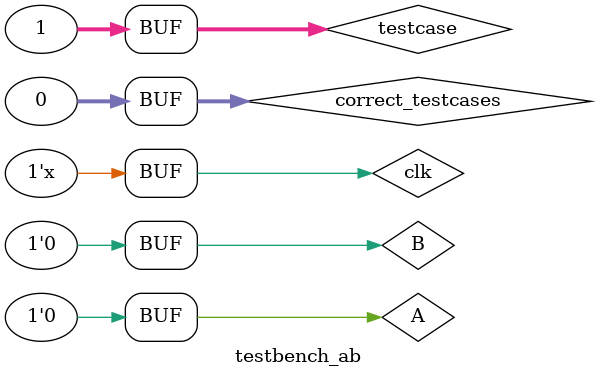
<source format=v>
`timescale 1ns / 1ps

module testbench_ab;
    // Inputs
	reg A;
	reg B;
	reg clk;
	// Outputs
	wire Q;

	// Instantiate the Unit Under Test (UUT)
	ab uut (
		.A(A),
		.B(B),
		.clk(clk),
		.Q(Q)
	);

	// At 5, 15, 25, .. clk will change 0->1
	// At 10, 20, 30, .. clk will change 1->0
    initial clk = 0;
	always #5 clk = ~clk;
    integer testcase = 1, correct_testcases = 0;
	initial begin
A=1; B=0;
#10;
if(2'b10 == {A, B}) begin
            $display("testcase #1: correct");
            correct_testcases = correct_testcases + 1;
            end
            else $display("testcase #1: wrong");
A=0; B=1;
#10;
if(2'b01 == {A, B}) begin
            $display("testcase #2: correct");
            correct_testcases = correct_testcases + 1;
            end
            else $display("testcase #2: wrong");
A=0; B=1;
#10;
if(2'b01 == {A, B}) begin
            $display("testcase #3: correct");
            correct_testcases = correct_testcases + 1;
            end
            else $display("testcase #3: wrong");
A=0; B=0;
#10;
if(2'b00 == {A, B}) begin
            $display("testcase #4: correct");
            correct_testcases = correct_testcases + 1;
            end
            else $display("testcase #4: wrong");
A=1; B=0;
#10;
if(2'b10 == {A, B}) begin
            $display("testcase #5: correct");
            correct_testcases = correct_testcases + 1;
            end
            else $display("testcase #5: wrong");
A=0; B=0;
#10;
if(2'b00 == {A, B}) begin
            $display("testcase #6: correct");
            correct_testcases = correct_testcases + 1;
            end
            else $display("testcase #6: wrong");
A=1; B=0;
#10;
if(2'b10 == {A, B}) begin
            $display("testcase #7: correct");
            correct_testcases = correct_testcases + 1;
            end
            else $display("testcase #7: wrong");
A=0; B=0;
#10;
if(2'b00 == {A, B}) begin
            $display("testcase #8: correct");
            correct_testcases = correct_testcases + 1;
            end
            else $display("testcase #8: wrong");
A=0; B=0;
#10;
if(2'b00 == {A, B}) begin
            $display("testcase #9: correct");
            correct_testcases = correct_testcases + 1;
            end
            else $display("testcase #9: wrong");
A=1; B=0;
#10;
if(2'b10 == {A, B}) begin
            $display("testcase #10: correct");
            correct_testcases = correct_testcases + 1;
            end
            else $display("testcase #10: wrong");
A=0; B=1;
#10;
if(2'b01 == {A, B}) begin
            $display("testcase #11: correct");
            correct_testcases = correct_testcases + 1;
            end
            else $display("testcase #11: wrong");
A=0; B=1;
#10;
if(2'b01 == {A, B}) begin
            $display("testcase #12: correct");
            correct_testcases = correct_testcases + 1;
            end
            else $display("testcase #12: wrong");
A=0; B=1;
#10;
if(2'b01 == {A, B}) begin
            $display("testcase #13: correct");
            correct_testcases = correct_testcases + 1;
            end
            else $display("testcase #13: wrong");
A=1; B=0;
#10;
if(2'b10 == {A, B}) begin
            $display("testcase #14: correct");
            correct_testcases = correct_testcases + 1;
            end
            else $display("testcase #14: wrong");
A=1; B=0;
#10;
if(2'b10 == {A, B}) begin
            $display("testcase #15: correct");
            correct_testcases = correct_testcases + 1;
            end
            else $display("testcase #15: wrong");
A=1; B=0;
#10;
if(2'b10 == {A, B}) begin
            $display("testcase #16: correct");
            correct_testcases = correct_testcases + 1;
            end
            else $display("testcase #16: wrong");
A=0; B=0;
#10;
if(2'b00 == {A, B}) begin
            $display("testcase #17: correct");
            correct_testcases = correct_testcases + 1;
            end
            else $display("testcase #17: wrong");
A=1; B=1;
#10;
if(2'b11 == {A, B}) begin
            $display("testcase #18: correct");
            correct_testcases = correct_testcases + 1;
            end
            else $display("testcase #18: wrong");
A=0; B=1;
#10;
if(2'b01 == {A, B}) begin
            $display("testcase #19: correct");
            correct_testcases = correct_testcases + 1;
            end
            else $display("testcase #19: wrong");
A=0; B=1;
#10;
if(2'b01 == {A, B}) begin
            $display("testcase #20: correct");
            correct_testcases = correct_testcases + 1;
            end
            else $display("testcase #20: wrong");
A=1; B=0;
#10;
if(2'b10 == {A, B}) begin
            $display("testcase #21: correct");
            correct_testcases = correct_testcases + 1;
            end
            else $display("testcase #21: wrong");
A=1; B=1;
#10;
if(2'b11 == {A, B}) begin
            $display("testcase #22: correct");
            correct_testcases = correct_testcases + 1;
            end
            else $display("testcase #22: wrong");
A=0; B=1;
#10;
if(2'b01 == {A, B}) begin
            $display("testcase #23: correct");
            correct_testcases = correct_testcases + 1;
            end
            else $display("testcase #23: wrong");
A=0; B=1;
#10;
if(2'b01 == {A, B}) begin
            $display("testcase #24: correct");
            correct_testcases = correct_testcases + 1;
            end
            else $display("testcase #24: wrong");
A=1; B=0;
#10;
if(2'b10 == {A, B}) begin
            $display("testcase #25: correct");
            correct_testcases = correct_testcases + 1;
            end
            else $display("testcase #25: wrong");
A=1; B=0;
#10;
if(2'b10 == {A, B}) begin
            $display("testcase #26: correct");
            correct_testcases = correct_testcases + 1;
            end
            else $display("testcase #26: wrong");
A=1; B=1;
#10;
if(2'b11 == {A, B}) begin
            $display("testcase #27: correct");
            correct_testcases = correct_testcases + 1;
            end
            else $display("testcase #27: wrong");
A=0; B=0;
#10;
if(2'b00 == {A, B}) begin
            $display("testcase #28: correct");
            correct_testcases = correct_testcases + 1;
            end
            else $display("testcase #28: wrong");
A=1; B=0;
#10;
if(2'b10 == {A, B}) begin
            $display("testcase #29: correct");
            correct_testcases = correct_testcases + 1;
            end
            else $display("testcase #29: wrong");
A=1; B=0;
#10;
if(2'b10 == {A, B}) begin
            $display("testcase #30: correct");
            correct_testcases = correct_testcases + 1;
            end
            else $display("testcase #30: wrong");
A=0; B=1;
#10;
if(2'b01 == {A, B}) begin
            $display("testcase #31: correct");
            correct_testcases = correct_testcases + 1;
            end
            else $display("testcase #31: wrong");
A=0; B=0;
#10;
if(2'b00 == {A, B}) begin
            $display("testcase #32: correct");
            correct_testcases = correct_testcases + 1;
            end
            else $display("testcase #32: wrong");
A=1; B=1;
#10;
if(2'b11 == {A, B}) begin
            $display("testcase #33: correct");
            correct_testcases = correct_testcases + 1;
            end
            else $display("testcase #33: wrong");
A=0; B=0;
#10;
if(2'b00 == {A, B}) begin
            $display("testcase #34: correct");
            correct_testcases = correct_testcases + 1;
            end
            else $display("testcase #34: wrong");
A=1; B=0;
#10;
if(2'b10 == {A, B}) begin
            $display("testcase #35: correct");
            correct_testcases = correct_testcases + 1;
            end
            else $display("testcase #35: wrong");
A=1; B=0;
#10;
if(2'b10 == {A, B}) begin
            $display("testcase #36: correct");
            correct_testcases = correct_testcases + 1;
            end
            else $display("testcase #36: wrong");
A=0; B=1;
#10;
if(2'b01 == {A, B}) begin
            $display("testcase #37: correct");
            correct_testcases = correct_testcases + 1;
            end
            else $display("testcase #37: wrong");
A=0; B=0;
#10;
if(2'b00 == {A, B}) begin
            $display("testcase #38: correct");
            correct_testcases = correct_testcases + 1;
            end
            else $display("testcase #38: wrong");
A=1; B=0;
#10;
if(2'b10 == {A, B}) begin
            $display("testcase #39: correct");
            correct_testcases = correct_testcases + 1;
            end
            else $display("testcase #39: wrong");
A=1; B=1;
#10;
if(2'b11 == {A, B}) begin
            $display("testcase #40: correct");
            correct_testcases = correct_testcases + 1;
            end
            else $display("testcase #40: wrong");
A=1; B=0;
#10;
if(2'b10 == {A, B}) begin
            $display("testcase #41: correct");
            correct_testcases = correct_testcases + 1;
            end
            else $display("testcase #41: wrong");
A=0; B=0;
#10;
if(2'b00 == {A, B}) begin
            $display("testcase #42: correct");
            correct_testcases = correct_testcases + 1;
            end
            else $display("testcase #42: wrong");
A=1; B=0;
#10;
if(2'b10 == {A, B}) begin
            $display("testcase #43: correct");
            correct_testcases = correct_testcases + 1;
            end
            else $display("testcase #43: wrong");
A=0; B=1;
#10;
if(2'b01 == {A, B}) begin
            $display("testcase #44: correct");
            correct_testcases = correct_testcases + 1;
            end
            else $display("testcase #44: wrong");
A=1; B=1;
#10;
if(2'b11 == {A, B}) begin
            $display("testcase #45: correct");
            correct_testcases = correct_testcases + 1;
            end
            else $display("testcase #45: wrong");
A=1; B=0;
#10;
if(2'b10 == {A, B}) begin
            $display("testcase #46: correct");
            correct_testcases = correct_testcases + 1;
            end
            else $display("testcase #46: wrong");
A=0; B=0;
#10;
if(2'b00 == {A, B}) begin
            $display("testcase #47: correct");
            correct_testcases = correct_testcases + 1;
            end
            else $display("testcase #47: wrong");
A=1; B=0;
#10;
if(2'b10 == {A, B}) begin
            $display("testcase #48: correct");
            correct_testcases = correct_testcases + 1;
            end
            else $display("testcase #48: wrong");
A=0; B=1;
#10;
if(2'b01 == {A, B}) begin
            $display("testcase #49: correct");
            correct_testcases = correct_testcases + 1;
            end
            else $display("testcase #49: wrong");
A=1; B=1;
#10;
if(2'b11 == {A, B}) begin
            $display("testcase #50: correct");
            correct_testcases = correct_testcases + 1;
            end
            else $display("testcase #50: wrong");
A=0; B=0;
#10;
if(2'b00 == {A, B}) begin
            $display("testcase #51: correct");
            correct_testcases = correct_testcases + 1;
            end
            else $display("testcase #51: wrong");
A=1; B=1;
#10;
if(2'b11 == {A, B}) begin
            $display("testcase #52: correct");
            correct_testcases = correct_testcases + 1;
            end
            else $display("testcase #52: wrong");
A=1; B=1;
#10;
if(2'b11 == {A, B}) begin
            $display("testcase #53: correct");
            correct_testcases = correct_testcases + 1;
            end
            else $display("testcase #53: wrong");
A=0; B=0;
#10;
if(2'b00 == {A, B}) begin
            $display("testcase #54: correct");
            correct_testcases = correct_testcases + 1;
            end
            else $display("testcase #54: wrong");
A=0; B=1;
#10;
if(2'b01 == {A, B}) begin
            $display("testcase #55: correct");
            correct_testcases = correct_testcases + 1;
            end
            else $display("testcase #55: wrong");
A=1; B=0;
#10;
if(2'b10 == {A, B}) begin
            $display("testcase #56: correct");
            correct_testcases = correct_testcases + 1;
            end
            else $display("testcase #56: wrong");
A=1; B=1;
#10;
if(2'b11 == {A, B}) begin
            $display("testcase #57: correct");
            correct_testcases = correct_testcases + 1;
            end
            else $display("testcase #57: wrong");
A=0; B=0;
#10;
if(2'b00 == {A, B}) begin
            $display("testcase #58: correct");
            correct_testcases = correct_testcases + 1;
            end
            else $display("testcase #58: wrong");
A=1; B=0;
#10;
if(2'b10 == {A, B}) begin
            $display("testcase #59: correct");
            correct_testcases = correct_testcases + 1;
            end
            else $display("testcase #59: wrong");
A=0; B=0;
#10;
if(2'b00 == {A, B}) begin
            $display("testcase #60: correct");
            correct_testcases = correct_testcases + 1;
            end
            else $display("testcase #60: wrong");
A=0; B=0;
#10;
if(2'b00 == {A, B}) begin
            $display("testcase #61: correct");
            correct_testcases = correct_testcases + 1;
            end
            else $display("testcase #61: wrong");
A=1; B=1;
#10;
if(2'b11 == {A, B}) begin
            $display("testcase #62: correct");
            correct_testcases = correct_testcases + 1;
            end
            else $display("testcase #62: wrong");
A=1; B=0;
#10;
if(2'b10 == {A, B}) begin
            $display("testcase #63: correct");
            correct_testcases = correct_testcases + 1;
            end
            else $display("testcase #63: wrong");
A=1; B=0;
#10;
if(2'b10 == {A, B}) begin
            $display("testcase #64: correct");
            correct_testcases = correct_testcases + 1;
            end
            else $display("testcase #64: wrong");
A=1; B=1;
#10;
if(2'b11 == {A, B}) begin
            $display("testcase #65: correct");
            correct_testcases = correct_testcases + 1;
            end
            else $display("testcase #65: wrong");
A=1; B=0;
#10;
if(2'b10 == {A, B}) begin
            $display("testcase #66: correct");
            correct_testcases = correct_testcases + 1;
            end
            else $display("testcase #66: wrong");
A=1; B=0;
#10;
if(2'b10 == {A, B}) begin
            $display("testcase #67: correct");
            correct_testcases = correct_testcases + 1;
            end
            else $display("testcase #67: wrong");
A=1; B=1;
#10;
if(2'b11 == {A, B}) begin
            $display("testcase #68: correct");
            correct_testcases = correct_testcases + 1;
            end
            else $display("testcase #68: wrong");
A=0; B=0;
#10;
if(2'b00 == {A, B}) begin
            $display("testcase #69: correct");
            correct_testcases = correct_testcases + 1;
            end
            else $display("testcase #69: wrong");
A=1; B=1;
#10;
if(2'b11 == {A, B}) begin
            $display("testcase #70: correct");
            correct_testcases = correct_testcases + 1;
            end
            else $display("testcase #70: wrong");
A=1; B=1;
#10;
if(2'b11 == {A, B}) begin
            $display("testcase #71: correct");
            correct_testcases = correct_testcases + 1;
            end
            else $display("testcase #71: wrong");
A=1; B=0;
#10;
if(2'b10 == {A, B}) begin
            $display("testcase #72: correct");
            correct_testcases = correct_testcases + 1;
            end
            else $display("testcase #72: wrong");
A=1; B=0;
#10;
if(2'b10 == {A, B}) begin
            $display("testcase #73: correct");
            correct_testcases = correct_testcases + 1;
            end
            else $display("testcase #73: wrong");
A=0; B=0;
#10;
if(2'b00 == {A, B}) begin
            $display("testcase #74: correct");
            correct_testcases = correct_testcases + 1;
            end
            else $display("testcase #74: wrong");
A=1; B=0;
#10;
if(2'b10 == {A, B}) begin
            $display("testcase #75: correct");
            correct_testcases = correct_testcases + 1;
            end
            else $display("testcase #75: wrong");
A=1; B=0;
#10;
if(2'b10 == {A, B}) begin
            $display("testcase #76: correct");
            correct_testcases = correct_testcases + 1;
            end
            else $display("testcase #76: wrong");
A=0; B=1;
#10;
if(2'b01 == {A, B}) begin
            $display("testcase #77: correct");
            correct_testcases = correct_testcases + 1;
            end
            else $display("testcase #77: wrong");
A=1; B=0;
#10;
if(2'b10 == {A, B}) begin
            $display("testcase #78: correct");
            correct_testcases = correct_testcases + 1;
            end
            else $display("testcase #78: wrong");
A=0; B=1;
#10;
if(2'b01 == {A, B}) begin
            $display("testcase #79: correct");
            correct_testcases = correct_testcases + 1;
            end
            else $display("testcase #79: wrong");
A=0; B=1;
#10;
if(2'b01 == {A, B}) begin
            $display("testcase #80: correct");
            correct_testcases = correct_testcases + 1;
            end
            else $display("testcase #80: wrong");
A=1; B=1;
#10;
if(2'b11 == {A, B}) begin
            $display("testcase #81: correct");
            correct_testcases = correct_testcases + 1;
            end
            else $display("testcase #81: wrong");
A=0; B=1;
#10;
if(2'b01 == {A, B}) begin
            $display("testcase #82: correct");
            correct_testcases = correct_testcases + 1;
            end
            else $display("testcase #82: wrong");
A=1; B=1;
#10;
if(2'b11 == {A, B}) begin
            $display("testcase #83: correct");
            correct_testcases = correct_testcases + 1;
            end
            else $display("testcase #83: wrong");
A=1; B=1;
#10;
if(2'b11 == {A, B}) begin
            $display("testcase #84: correct");
            correct_testcases = correct_testcases + 1;
            end
            else $display("testcase #84: wrong");
A=1; B=0;
#10;
if(2'b10 == {A, B}) begin
            $display("testcase #85: correct");
            correct_testcases = correct_testcases + 1;
            end
            else $display("testcase #85: wrong");
A=0; B=1;
#10;
if(2'b01 == {A, B}) begin
            $display("testcase #86: correct");
            correct_testcases = correct_testcases + 1;
            end
            else $display("testcase #86: wrong");
A=1; B=1;
#10;
if(2'b11 == {A, B}) begin
            $display("testcase #87: correct");
            correct_testcases = correct_testcases + 1;
            end
            else $display("testcase #87: wrong");
A=1; B=1;
#10;
if(2'b11 == {A, B}) begin
            $display("testcase #88: correct");
            correct_testcases = correct_testcases + 1;
            end
            else $display("testcase #88: wrong");
A=1; B=0;
#10;
if(2'b10 == {A, B}) begin
            $display("testcase #89: correct");
            correct_testcases = correct_testcases + 1;
            end
            else $display("testcase #89: wrong");
A=0; B=1;
#10;
if(2'b01 == {A, B}) begin
            $display("testcase #90: correct");
            correct_testcases = correct_testcases + 1;
            end
            else $display("testcase #90: wrong");
A=0; B=0;
#10;
if(2'b00 == {A, B}) begin
            $display("testcase #91: correct");
            correct_testcases = correct_testcases + 1;
            end
            else $display("testcase #91: wrong");
A=0; B=1;
#10;
if(2'b01 == {A, B}) begin
            $display("testcase #92: correct");
            correct_testcases = correct_testcases + 1;
            end
            else $display("testcase #92: wrong");
A=1; B=0;
#10;
if(2'b10 == {A, B}) begin
            $display("testcase #93: correct");
            correct_testcases = correct_testcases + 1;
            end
            else $display("testcase #93: wrong");
A=0; B=1;
#10;
if(2'b01 == {A, B}) begin
            $display("testcase #94: correct");
            correct_testcases = correct_testcases + 1;
            end
            else $display("testcase #94: wrong");
A=1; B=0;
#10;
if(2'b10 == {A, B}) begin
            $display("testcase #95: correct");
            correct_testcases = correct_testcases + 1;
            end
            else $display("testcase #95: wrong");
A=1; B=0;
#10;
if(2'b10 == {A, B}) begin
            $display("testcase #96: correct");
            correct_testcases = correct_testcases + 1;
            end
            else $display("testcase #96: wrong");
A=0; B=0;
#10;
if(2'b00 == {A, B}) begin
            $display("testcase #97: correct");
            correct_testcases = correct_testcases + 1;
            end
            else $display("testcase #97: wrong");
A=1; B=1;
#10;
if(2'b11 == {A, B}) begin
            $display("testcase #98: correct");
            correct_testcases = correct_testcases + 1;
            end
            else $display("testcase #98: wrong");
A=1; B=1;
#10;
if(2'b11 == {A, B}) begin
            $display("testcase #99: correct");
            correct_testcases = correct_testcases + 1;
            end
            else $display("testcase #99: wrong");
A=0; B=0;
#10;
if(2'b00 == {A, B}) begin
            $display("testcase #100: correct");
            correct_testcases = correct_testcases + 1;
            end
            else $display("testcase #100: wrong");
$display("Out of 100 testcases", correct_testcases, " were correct.");
end
    endmodule
</source>
